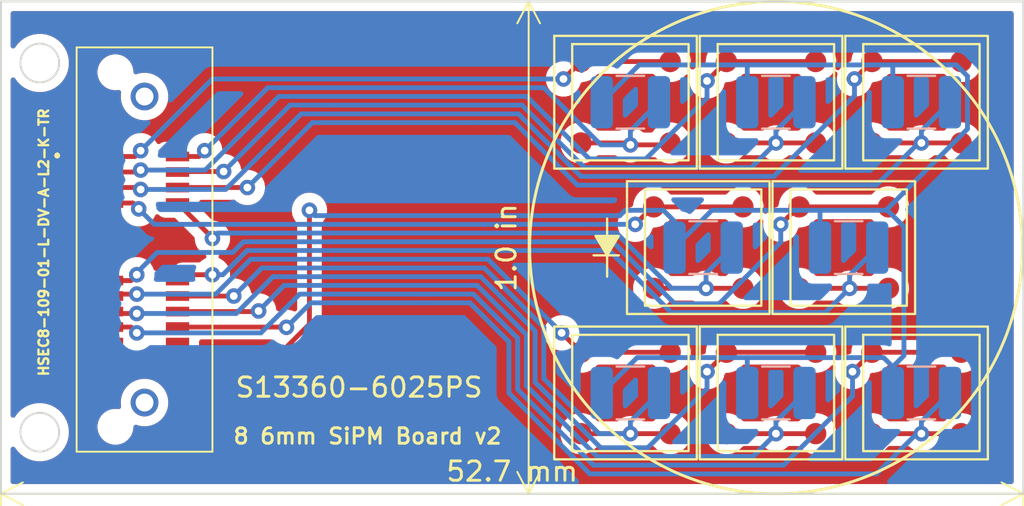
<source format=kicad_pcb>
(kicad_pcb (version 20241229) (generator "pcbnew") (generator_version "9.0")
  (layers (0 "F.Cu" signal) (2 "B.Cu" signal) (13 "F.Paste" user) (15 "B.Paste" user) (5 "F.SilkS" user "F.Silkscreen") (7 "B.SilkS" user "B.Silkscreen") (1 "F.Mask" user) (3 "B.Mask" user) (25 "Edge.Cuts" user))
  (net 0 "")
  (net 1 "0A")
  (net 2 "0C")
  (net 3 "1C")
  (net 4 "1A")
  (net 5 "2C")
  (net 6 "2A")
  (net 7 "3A")
  (net 8 "3C")
  (net 9 "4A")
  (net 10 "4C")
  (net 11 "5A")
  (net 12 "5C")
  (net 13 "6A")
  (net 14 "6C")
  (net 15 "7A")
  (net 16 "7C")
  (net 17 "GND")
  (footprint "SiPM:S13360-6025PE" (layer "F.Cu") (at 166.443198 100.1)
    (property "Reference" "REF**10" (hide yes))
    (property "Value" "S13360-6025PE" (hide yes))
    (fp_rect (start -3.925 -3.425) (end 3.425 3.425) (stroke (width 0.12)) (fill no) (layer "F.SilkS"))
    (fp_rect (start -3 -3) (end 3 3) (stroke (width 0.12)) (fill no) (layer "F.SilkS"))
    (pad "1" smd circle (at 2.05 -2.1) (size 1.1 1.1) (layers "F.Cu" "F.Mask" "F.Paste") (net 5 "2C"))
    (pad "2" smd circle (at -2.55 -2.1) (size 1.1 1.1) (layers "F.Cu" "F.Mask" "F.Paste") (net 5 "2C"))
    (pad "3" smd circle (at -2.55 2.1) (size 1.1 1.1) (layers "F.Cu" "F.Mask" "F.Paste") (net 6 "2A"))
    (pad "4" smd circle (at 2.05 2.1) (size 1.1 1.1) (layers "F.Cu" "F.Mask" "F.Paste") (net 6 "2A"))
  )
  (footprint "KiCad:HSEC810901LDVAL2KTR" (layer "F.Cu") (at 126.4 107.7 -90)
    (property "Reference" "J**" (hide yes))
    (property "Value" "HSEC810901LDVAL2KTR" (hide yes))
    (fp_line (start -4.9 4.5) (end -4.9 4.5) (stroke (width 0.2)) (layer "F.SilkS"))
    (fp_line (start -4.9 4.5) (end -4.9 4.5) (stroke (width 0.2)) (layer "F.SilkS"))
    (fp_line (start -4.8 4.5) (end -4.8 4.5) (stroke (width 0.2)) (layer "F.SilkS"))
    (fp_line (start -10.43 3.5) (end -10.43 -3.5) (stroke (width 0.1)) (layer "F.SilkS"))
    (fp_line (start 10.43 3.5) (end -10.43 3.5) (stroke (width 0.1)) (layer "F.SilkS"))
    (fp_line (start -10.43 -3.5) (end 10.43 -3.5) (stroke (width 0.1)) (layer "F.SilkS"))
    (fp_line (start 10.43 -3.5) (end 10.43 3.5) (stroke (width 0.1)) (layer "F.SilkS"))
    (fp_arc (start -4.9 4.5) (mid -4.85 4.45) (end -4.8 4.5) (stroke (width 0.2)) (layer "F.SilkS"))
    (fp_arc (start -4.8 4.5) (mid -4.85 4.55) (end -4.9 4.5) (stroke (width 0.2)) (layer "F.SilkS"))
    (fp_arc (start -4.8 4.5) (mid -4.85 4.55) (end -4.9 4.5) (stroke (width 0.2)) (layer "F.SilkS"))
    (pad "" np_thru_hole circle (at -9.145 1.5 270) (size 1.35 1.35) (drill 1.35) (layers "*.Cu" "*.Mask"))
    (pad "" np_thru_hole circle (at 9.145 1.5 270) (size 1.35 1.35) (drill 1.35) (layers "*.Cu" "*.Mask"))
    (pad "1" smd rect (at -4.8 1.7 270) (size 0.5 1.2) (layers "F.Cu" "F.Mask" "F.Paste") (net 2 "0C"))
    (pad "2" smd rect (at -4.8 -1.7 270) (size 0.5 1.2) (layers "F.Cu" "F.Mask" "F.Paste") (net 1 "0A"))
    (pad "3" smd rect (at -4 1.7 270) (size 0.5 1.2) (layers "F.Cu" "F.Mask" "F.Paste") (net 3 "1C"))
    (pad "4" smd rect (at -4 -1.7 270) (size 0.5 1.2) (layers "F.Cu" "F.Mask" "F.Paste") (net 4 "1A"))
    (pad "5" smd rect (at -3.2 1.7 270) (size 0.5 1.2) (layers "F.Cu" "F.Mask" "F.Paste") (net 5 "2C"))
    (pad "6" smd rect (at -3.2 -1.7 270) (size 0.5 1.2) (layers "F.Cu" "F.Mask" "F.Paste") (net 6 "2A"))
    (pad "7" smd rect (at -2.4 1.7 270) (size 0.5 1.2) (layers "F.Cu" "F.Mask" "F.Paste") (net 8 "3C"))
    (pad "8" smd rect (at -2.4 -1.7 270) (size 0.5 1.2) (layers "F.Cu" "F.Mask" "F.Paste") (net 7 "3A"))
    (pad "9" smd rect (at 1.6 1.7 270) (size 0.5 1.2) (layers "F.Cu" "F.Mask" "F.Paste") (net 10 "4C"))
    (pad "10" smd rect (at 1.6 -1.7 270) (size 0.5 1.2) (layers "F.Cu" "F.Mask" "F.Paste") (net 9 "4A"))
    (pad "11" smd rect (at 2.4 1.7 270) (size 0.5 1.2) (layers "F.Cu" "F.Mask" "F.Paste") (net 12 "5C"))
    (pad "12" smd rect (at 2.4 -1.7 270) (size 0.5 1.2) (layers "F.Cu" "F.Mask" "F.Paste") (net 11 "5A"))
    (pad "13" smd rect (at 3.2 1.7 270) (size 0.5 1.2) (layers "F.Cu" "F.Mask" "F.Paste") (net 14 "6C"))
    (pad "14" smd rect (at 3.2 -1.7 270) (size 0.5 1.2) (layers "F.Cu" "F.Mask" "F.Paste") (net 13 "6A"))
    (pad "15" smd rect (at 4 1.7 270) (size 0.5 1.2) (layers "F.Cu" "F.Mask" "F.Paste") (net 16 "7C"))
    (pad "16" smd rect (at 4 -1.7 270) (size 0.5 1.2) (layers "F.Cu" "F.Mask" "F.Paste") (net 15 "7A"))
    (pad "17" smd rect (at 4.8 1.7 270) (size 0.5 1.2) (layers "F.Cu" "F.Mask" "F.Paste") (net 17 "GND"))
    (pad "18" smd rect (at 4.8 -1.7 270) (size 0.5 1.2) (layers "F.Cu" "F.Mask" "F.Paste") (net 17 "GND"))
    (pad "MH1" thru_hole circle (at -7.895 0 270) (size 1.431 1.431) (drill 0.92) (layers "*.Cu" "*.Mask"))
    (pad "MH2" thru_hole circle (at 7.895 0 270) (size 1.431 1.431) (drill 0.92) (layers "*.Cu" "*.Mask"))
  )
  (footprint "SiPM:S13360-6025PE" (layer "F.Cu") (at 158.943198 100.1)
    (property "Reference" "REF**10" (hide yes))
    (property "Value" "S13360-6025PE" (hide yes))
    (fp_rect (start -3.925 -3.425) (end 3.425 3.425) (stroke (width 0.12)) (fill no) (layer "F.SilkS"))
    (fp_rect (start -3 -3) (end 3 3) (stroke (width 0.12)) (fill no) (layer "F.SilkS"))
    (pad "1" smd circle (at 2.05 -2.1) (size 1.1 1.1) (layers "F.Cu" "F.Mask" "F.Paste") (net 3 "1C"))
    (pad "2" smd circle (at -2.55 -2.1) (size 1.1 1.1) (layers "F.Cu" "F.Mask" "F.Paste") (net 3 "1C"))
    (pad "3" smd circle (at -2.55 2.1) (size 1.1 1.1) (layers "F.Cu" "F.Mask" "F.Paste") (net 4 "1A"))
    (pad "4" smd circle (at 2.05 2.1) (size 1.1 1.1) (layers "F.Cu" "F.Mask" "F.Paste") (net 4 "1A"))
  )
  (footprint "Symbol:diode_direction" (layer "F.Cu") (at 150.243198 107.6 90)
    (property "Reference" "REF**" (hide yes))
    (property "Value" "diode_direction" (hide yes))
    (fp_line (start -1.5 0) (end 1.5 0) (stroke (width 0.12)) (layer "F.SilkS"))
    (fp_line (start -0.4 0.6) (end -0.4 -0.7) (stroke (width 0.12)) (layer "F.SilkS"))
    (fp_poly (pts (xy -0.4 0) (xy 0.6 0.6) (xy 0.6 -0.6)) (stroke (width 0.12)) (fill yes) (layer "F.SilkS"))
  )
  (footprint "SiPM:S13360-6025PE" (layer "F.Cu") (at 166.443198 115.1)
    (property "Reference" "REF**10" (hide yes))
    (property "Value" "S13360-6025PE" (hide yes))
    (fp_rect (start -3.925 -3.425) (end 3.425 3.425) (stroke (width 0.12)) (fill no) (layer "F.SilkS"))
    (fp_rect (start -3 -3) (end 3 3) (stroke (width 0.12)) (fill no) (layer "F.SilkS"))
    (pad "1" smd circle (at 2.05 -2.1) (size 1.1 1.1) (layers "F.Cu" "F.Mask" "F.Paste") (net 16 "7C"))
    (pad "2" smd circle (at -2.55 -2.1) (size 1.1 1.1) (layers "F.Cu" "F.Mask" "F.Paste") (net 16 "7C"))
    (pad "3" smd circle (at -2.55 2.1) (size 1.1 1.1) (layers "F.Cu" "F.Mask" "F.Paste") (net 15 "7A"))
    (pad "4" smd circle (at 2.05 2.1) (size 1.1 1.1) (layers "F.Cu" "F.Mask" "F.Paste") (net 15 "7A"))
  )
  (footprint "SiPM:S13360-6025PE" (layer "F.Cu") (at 151.443198 115.1)
    (property "Reference" "REF**10" (hide yes))
    (property "Value" "S13360-6025PE" (hide yes))
    (fp_rect (start -3.925 -3.425) (end 3.425 3.425) (stroke (width 0.12)) (fill no) (layer "F.SilkS"))
    (fp_rect (start -3 -3) (end 3 3) (stroke (width 0.12)) (fill no) (layer "F.SilkS"))
    (pad "1" smd circle (at 2.05 -2.1) (size 1.1 1.1) (layers "F.Cu" "F.Mask" "F.Paste") (net 12 "5C"))
    (pad "2" smd circle (at -2.55 -2.1) (size 1.1 1.1) (layers "F.Cu" "F.Mask" "F.Paste") (net 12 "5C"))
    (pad "3" smd circle (at -2.55 2.1) (size 1.1 1.1) (layers "F.Cu" "F.Mask" "F.Paste") (net 11 "5A"))
    (pad "4" smd circle (at 2.05 2.1) (size 1.1 1.1) (layers "F.Cu" "F.Mask" "F.Paste") (net 11 "5A"))
  )
  (footprint "SiPM:S13360-6025PE" (layer "F.Cu") (at 151.443198 100.1)
    (property "Reference" "REF**10" (hide yes))
    (property "Value" "S13360-6025PE" (hide yes))
    (fp_rect (start -3.925 -3.425) (end 3.425 3.425) (stroke (width 0.12)) (fill no) (layer "F.SilkS"))
    (fp_rect (start -3 -3) (end 3 3) (stroke (width 0.12)) (fill no) (layer "F.SilkS"))
    (pad "1" smd circle (at 2.05 -2.1) (size 1.1 1.1) (layers "F.Cu" "F.Mask" "F.Paste") (net 2 "0C"))
    (pad "2" smd circle (at -2.55 -2.1) (size 1.1 1.1) (layers "F.Cu" "F.Mask" "F.Paste") (net 2 "0C"))
    (pad "3" smd circle (at -2.55 2.1) (size 1.1 1.1) (layers "F.Cu" "F.Mask" "F.Paste") (net 1 "0A"))
    (pad "4" smd circle (at 2.05 2.1) (size 1.1 1.1) (layers "F.Cu" "F.Mask" "F.Paste") (net 1 "0A"))
  )
  (footprint "SiPM:S13360-6025PE" (layer "F.Cu") (at 162.693198 107.6)
    (property "Reference" "REF**10" (hide yes))
    (property "Value" "S13360-6025PE" (hide yes))
    (fp_rect (start -3.925 -3.425) (end 3.425 3.425) (stroke (width 0.12)) (fill no) (layer "F.SilkS"))
    (fp_rect (start -3 -3) (end 3 3) (stroke (width 0.12)) (fill no) (layer "F.SilkS"))
    (pad "1" smd circle (at 2.05 -2.1) (size 1.1 1.1) (layers "F.Cu" "F.Mask" "F.Paste") (net 10 "4C"))
    (pad "2" smd circle (at -2.55 -2.1) (size 1.1 1.1) (layers "F.Cu" "F.Mask" "F.Paste") (net 10 "4C"))
    (pad "3" smd circle (at -2.55 2.1) (size 1.1 1.1) (layers "F.Cu" "F.Mask" "F.Paste") (net 9 "4A"))
    (pad "4" smd circle (at 2.05 2.1) (size 1.1 1.1) (layers "F.Cu" "F.Mask" "F.Paste") (net 9 "4A"))
  )
  (footprint "SiPM:S13360-6025PE" (layer "F.Cu") (at 158.943198 115.1)
    (property "Reference" "REF**10" (hide yes))
    (property "Value" "S13360-6025PE" (hide yes))
    (fp_rect (start -3.925 -3.425) (end 3.425 3.425) (stroke (width 0.12)) (fill no) (layer "F.SilkS"))
    (fp_rect (start -3 -3) (end 3 3) (stroke (width 0.12)) (fill no) (layer "F.SilkS"))
    (pad "1" smd circle (at 2.05 -2.1) (size 1.1 1.1) (layers "F.Cu" "F.Mask" "F.Paste") (net 14 "6C"))
    (pad "2" smd circle (at -2.55 -2.1) (size 1.1 1.1) (layers "F.Cu" "F.Mask" "F.Paste") (net 14 "6C"))
    (pad "3" smd circle (at -2.55 2.1) (size 1.1 1.1) (layers "F.Cu" "F.Mask" "F.Paste") (net 13 "6A"))
    (pad "4" smd circle (at 2.05 2.1) (size 1.1 1.1) (layers "F.Cu" "F.Mask" "F.Paste") (net 13 "6A"))
  )
  (footprint "SiPM:S13360-6025PE" (layer "F.Cu") (at 155.193198 107.6)
    (property "Reference" "REF**10" (hide yes))
    (property "Value" "S13360-6025PE" (hide yes))
    (fp_rect (start -3.925 -3.425) (end 3.425 3.425) (stroke (width 0.12)) (fill no) (layer "F.SilkS"))
    (fp_rect (start -3 -3) (end 3 3) (stroke (width 0.12)) (fill no) (layer "F.SilkS"))
    (pad "1" smd circle (at 2.05 -2.1) (size 1.1 1.1) (layers "F.Cu" "F.Mask" "F.Paste") (net 8 "3C"))
    (pad "2" smd circle (at -2.55 -2.1) (size 1.1 1.1) (layers "F.Cu" "F.Mask" "F.Paste") (net 8 "3C"))
    (pad "3" smd circle (at -2.55 2.1) (size 1.1 1.1) (layers "F.Cu" "F.Mask" "F.Paste") (net 7 "3A"))
    (pad "4" smd circle (at 2.05 2.1) (size 1.1 1.1) (layers "F.Cu" "F.Mask" "F.Paste") (net 7 "3A"))
  )
  (footprint "Capacitor_SMD:C_1210_3225Metric" (layer "B.Cu") (at 166.443198 100.1)
    (property "Reference" "10 nF" (hide yes))
    (property "Value" "C_1210_3225Metric" (hide yes))
    (fp_line (start -0.711252 -1.36) (end 0.711252 -1.36) (stroke (width 0.12)) (layer "B.SilkS"))
    (fp_line (start -0.711252 1.36) (end 0.711252 1.36) (stroke (width 0.12)) (layer "B.SilkS"))
    (pad "1" smd roundrect (at -1.475 0) (size 1.15 2.7) (layers "B.Cu" "B.Mask" "B.Paste") (roundrect_rratio 0.2173913043) (net 17 "GND"))
    (pad "2" smd roundrect (at 1.475 0) (size 1.15 2.7) (layers "B.Cu" "B.Mask" "B.Paste") (roundrect_rratio 0.2173913043) (net 6 "2A"))
  )
  (footprint "Capacitor_SMD:C_1210_3225Metric" (layer "B.Cu") (at 158.943198 100.1)
    (property "Reference" "10 nF" (hide yes))
    (property "Value" "C_1210_3225Metric" (hide yes))
    (fp_line (start -0.711252 -1.36) (end 0.711252 -1.36) (stroke (width 0.12)) (layer "B.SilkS"))
    (fp_line (start -0.711252 1.36) (end 0.711252 1.36) (stroke (width 0.12)) (layer "B.SilkS"))
    (pad "1" smd roundrect (at -1.475 0) (size 1.15 2.7) (layers "B.Cu" "B.Mask" "B.Paste") (roundrect_rratio 0.2173913043) (net 17 "GND"))
    (pad "2" smd roundrect (at 1.475 0) (size 1.15 2.7) (layers "B.Cu" "B.Mask" "B.Paste") (roundrect_rratio 0.2173913043) (net 4 "1A"))
  )
  (footprint "Capacitor_SMD:C_1210_3225Metric" (layer "B.Cu") (at 151.443198 115.1)
    (property "Reference" "10 nF" (hide yes))
    (property "Value" "C_1210_3225Metric" (hide yes))
    (fp_line (start -0.711252 -1.36) (end 0.711252 -1.36) (stroke (width 0.12)) (layer "B.SilkS"))
    (fp_line (start -0.711252 1.36) (end 0.711252 1.36) (stroke (width 0.12)) (layer "B.SilkS"))
    (pad "1" smd roundrect (at -1.475 0) (size 1.15 2.7) (layers "B.Cu" "B.Mask" "B.Paste") (roundrect_rratio 0.2173913043) (net 17 "GND"))
    (pad "2" smd roundrect (at 1.475 0) (size 1.15 2.7) (layers "B.Cu" "B.Mask" "B.Paste") (roundrect_rratio 0.2173913043) (net 11 "5A"))
  )
  (footprint "Capacitor_SMD:C_1210_3225Metric" (layer "B.Cu") (at 166.443198 115.1)
    (property "Reference" "10 nF" (hide yes))
    (property "Value" "C_1210_3225Metric" (hide yes))
    (fp_line (start -0.711252 -1.36) (end 0.711252 -1.36) (stroke (width 0.12)) (layer "B.SilkS"))
    (fp_line (start -0.711252 1.36) (end 0.711252 1.36) (stroke (width 0.12)) (layer "B.SilkS"))
    (pad "1" smd roundrect (at -1.475 0) (size 1.15 2.7) (layers "B.Cu" "B.Mask" "B.Paste") (roundrect_rratio 0.2173913043) (net 17 "GND"))
    (pad "2" smd roundrect (at 1.475 0) (size 1.15 2.7) (layers "B.Cu" "B.Mask" "B.Paste") (roundrect_rratio 0.2173913043) (net 15 "7A"))
  )
  (footprint "Capacitor_SMD:C_1210_3225Metric" (layer "B.Cu") (at 155.193198 107.6)
    (property "Reference" "10 nF" (hide yes))
    (property "Value" "C_1210_3225Metric" (hide yes))
    (fp_line (start -0.711252 -1.36) (end 0.711252 -1.36) (stroke (width 0.12)) (layer "B.SilkS"))
    (fp_line (start -0.711252 1.36) (end 0.711252 1.36) (stroke (width 0.12)) (layer "B.SilkS"))
    (pad "1" smd roundrect (at -1.475 0) (size 1.15 2.7) (layers "B.Cu" "B.Mask" "B.Paste") (roundrect_rratio 0.2173913043) (net 17 "GND"))
    (pad "2" smd roundrect (at 1.475 0) (size 1.15 2.7) (layers "B.Cu" "B.Mask" "B.Paste") (roundrect_rratio 0.2173913043) (net 7 "3A"))
  )
  (footprint "Capacitor_SMD:C_1210_3225Metric" (layer "B.Cu") (at 162.693198 107.6)
    (property "Reference" "10 nF" (hide yes))
    (property "Value" "C_1210_3225Metric" (hide yes))
    (fp_line (start -0.711252 -1.36) (end 0.711252 -1.36) (stroke (width 0.12)) (layer "B.SilkS"))
    (fp_line (start -0.711252 1.36) (end 0.711252 1.36) (stroke (width 0.12)) (layer "B.SilkS"))
    (pad "1" smd roundrect (at -1.475 0) (size 1.15 2.7) (layers "B.Cu" "B.Mask" "B.Paste") (roundrect_rratio 0.2173913043) (net 17 "GND"))
    (pad "2" smd roundrect (at 1.475 0) (size 1.15 2.7) (layers "B.Cu" "B.Mask" "B.Paste") (roundrect_rratio 0.2173913043) (net 9 "4A"))
  )
  (footprint "Capacitor_SMD:C_1210_3225Metric" (layer "B.Cu") (at 151.443198 100.1 180)
    (property "Reference" "10 nF" (hide yes))
    (property "Value" "C_1210_3225Metric" (hide yes))
    (fp_line (start -0.711252 1.36) (end 0.711252 1.36) (stroke (width 0.12)) (layer "B.SilkS"))
    (fp_line (start -0.711252 -1.36) (end 0.711252 -1.36) (stroke (width 0.12)) (layer "B.SilkS"))
    (pad "1" smd roundrect (at -1.475 0 180) (size 1.15 2.7) (layers "B.Cu" "B.Mask" "B.Paste") (roundrect_rratio 0.2173913043) (net 1 "0A"))
    (pad "2" smd roundrect (at 1.475 0 180) (size 1.15 2.7) (layers "B.Cu" "B.Mask" "B.Paste") (roundrect_rratio 0.2173913043) (net 17 "GND"))
  )
  (footprint "Capacitor_SMD:C_1210_3225Metric" (layer "B.Cu") (at 158.943198 115.1)
    (property "Reference" "10 nF" (hide yes))
    (property "Value" "C_1210_3225Metric" (hide yes))
    (fp_line (start -0.711252 -1.36) (end 0.711252 -1.36) (stroke (width 0.12)) (layer "B.SilkS"))
    (fp_line (start -0.711252 1.36) (end 0.711252 1.36) (stroke (width 0.12)) (layer "B.SilkS"))
    (pad "1" smd roundrect (at -1.475 0) (size 1.15 2.7) (layers "B.Cu" "B.Mask" "B.Paste") (roundrect_rratio 0.2173913043) (net 17 "GND"))
    (pad "2" smd roundrect (at 1.475 0) (size 1.15 2.7) (layers "B.Cu" "B.Mask" "B.Paste") (roundrect_rratio 0.2173913043) (net 13 "6A"))
  )
  (gr_circle (center 158.95 107.6) (end 171.65 107.6) (stroke (width 0.15)) (fill no) (layer "F.SilkS"))
  (gr_line (start 159 120.3) (end 171.7 120.3) (stroke (width 0.1)) (layer "Edge.Cuts"))
  (gr_line (start 159 94.9) (end 171.7 94.9) (stroke (width 0.1)) (layer "Edge.Cuts"))
  (gr_line (start 159 94.9) (end 119 94.9) (stroke (width 0.1)) (layer "Edge.Cuts"))
  (gr_circle (center 121 98.075) (end 122 98.075) (stroke (width 0.1)) (fill no) (layer "Edge.Cuts"))
  (gr_circle (center 121 117.125) (end 122 117.125) (stroke (width 0.1)) (fill no) (layer "Edge.Cuts"))
  (gr_line (start 159 120.3) (end 119 120.3) (stroke (width 0.1)) (layer "Edge.Cuts"))
  (gr_line (start 119 94.9) (end 119 120.3) (stroke (width 0.1)) (layer "Edge.Cuts"))
  (gr_line (start 171.7 94.9) (end 171.7 120.3) (stroke (width 0.1)) (layer "Edge.Cuts"))
  (gr_line (start 160.5 94.9) (end 160.5 94.9) (stroke (width 0.1)) (layer "Edge.Cuts"))
  (gr_text "HSEC8-109-01-L-DV-A-L2-K-TR" (at 121.5 114.3 90) (layer "F.SilkS") (effects (font (size 0.5 0.5) (thickness 0.125)) (justify left bottom)))
  (gr_text "8 6mm SiPM Board v2" (at 130.9 117.8 0) (layer "F.SilkS") (effects (font (size 0.8 0.8)) (justify left bottom)))
  (gr_text "S13360-6025PS" (at 131 115.4 0) (layer "F.SilkS") (effects (font (size 1 1)) (justify left bottom)))
  (dimension (type aligned) (layer "F.SilkS") (pts (xy 171.7 121.4) (xy 119 121.4)) (height 1.1) (format (prefix "") (suffix "") (units 3) (units_format 1) (precision 1)) (style (thickness 0.1) (arrow_length 1.27) (text_position_mode 0) (arrow_direction outward) (extension_height 0.58642) (extension_offset 0.5) (keep_text_aligned yes)) (gr_text "52.7 mm" (at 145.35 119.15 0) (layer "F.SilkS") (effects (font (size 1 1) (thickness 0.15)))))
  (dimension (type aligned) (layer "F.SilkS") (pts (xy 171.7 120.3) (xy 171.7 94.9)) (height -25.5) (format (prefix "") (suffix "") (units 0) (units_format 1) (precision 1)) (style (thickness 0.1) (arrow_length 1.27) (text_position_mode 0) (arrow_direction outward) (extension_height 0.58642) (extension_offset 0.5) (keep_text_aligned yes)) (gr_text "1.0 in" (at 145.05 107.6 90) (layer "F.SilkS") (effects (font (size 1 1) (thickness 0.15)))))
  (segment (start 151.443198 102.3) (end 153.393198 102.3) (width 0.25) (layer "F.Cu") (net 1))
  (segment (start 129.2 102.9) (end 129.5 102.6) (width 0.25) (layer "F.Cu") (net 1))
  (segment (start 151.443198 102.3) (end 151.343198 102.2) (width 0.25) (layer "F.Cu") (net 1))
  (segment (start 151.343198 102.2) (end 148.893198 102.2) (width 0.25) (layer "F.Cu") (net 1))
  (segment (start 128.1 102.9) (end 129.2 102.9) (width 0.25) (layer "F.Cu") (net 1))
  (segment (start 153.393198 102.3) (end 153.493198 102.2) (width 0.25) (layer "F.Cu") (net 1))
  (segment (start 148.893198 102.2) (end 148.593198 102.2) (width 0.25) (layer "F.Cu") (net 1))
  (via (at 151.443198 102.3) (size 0.8) (drill 0.4) (layers "F.Cu" "B.Cu") (net 1))
  (via (at 129.5 102.6) (size 0.8) (drill 0.4) (layers "F.Cu" "B.Cu") (net 1))
  (segment (start 152.918198 100.1) (end 151.443198 101.575) (width 0.25) (layer "B.Cu") (net 1))
  (segment (start 151.443198 101.575) (end 151.443198 102.3) (width 0.25) (layer "B.Cu") (net 1))
  (segment (start 132.75 99.35) (end 129.5 102.6) (width 0.25) (layer "B.Cu") (net 1))
  (segment (start 149.923098 102.3) (end 146.973098 99.35) (width 0.25) (layer "B.Cu") (net 1))
  (segment (start 146.973098 99.35) (end 146 99.35) (width 0.25) (layer "B.Cu") (net 1))
  (segment (start 146 99.35) (end 132.75 99.35) (width 0.25) (layer "B.Cu") (net 1))
  (segment (start 151.443198 102.3) (end 149.923098 102.3) (width 0.25) (layer "B.Cu") (net 1))
  (segment (start 124.7 102.9) (end 125.9 102.9) (width 0.25) (layer "F.Cu") (net 2))
  (segment (start 148.893198 98) (end 147.993198 98.9) (width 0.25) (layer "F.Cu") (net 2))
  (segment (start 125.9 102.9) (end 126.2 102.6) (width 0.25) (layer "F.Cu") (net 2))
  (segment (start 148.893198 98) (end 153.493198 98) (width 0.25) (layer "F.Cu") (net 2))
  (via (at 126.2 102.6) (size 0.8) (drill 0.4) (layers "F.Cu" "B.Cu") (net 2))
  (via (at 147.993198 98.9) (size 0.8) (drill 0.4) (layers "F.Cu" "B.Cu") (net 2))
  (segment (start 129.9 98.9) (end 126.2 102.6) (width 0.25) (layer "B.Cu") (net 2))
  (segment (start 147.993198 98.9) (end 129.9 98.9) (width 0.25) (layer "B.Cu") (net 2))
  (segment (start 126.1 103.7) (end 126.2 103.6) (width 0.25) (layer "F.Cu") (net 3))
  (segment (start 156.393198 98) (end 160.993198 98) (width 0.25) (layer "F.Cu") (net 3))
  (segment (start 156.393198 98) (end 155.393198 99) (width 0.25) (layer "F.Cu") (net 3))
  (segment (start 124.7 103.7) (end 126.1 103.7) (width 0.25) (layer "F.Cu") (net 3))
  (via (at 155.393198 99) (size 0.8) (drill 0.4) (layers "F.Cu" "B.Cu") (net 3))
  (via (at 126.2 103.6) (size 0.8) (drill 0.4) (layers "F.Cu" "B.Cu") (net 3))
  (segment (start 129.525305 103.6) (end 133.325305 99.8) (width 0.25) (layer "B.Cu") (net 3))
  (segment (start 133.325305 99.8) (end 146.1 99.8) (width 0.25) (layer "B.Cu") (net 3))
  (segment (start 146.1 99.8) (end 149.3 103) (width 0.25) (layer "B.Cu") (net 3))
  (segment (start 149.3 103) (end 149.3 103.025) (width 0.25) (layer "B.Cu") (net 3))
  (segment (start 152.238298 103.025) (end 155.393198 99.8701) (width 0.25) (layer "B.Cu") (net 3))
  (segment (start 149.268198 103.025) (end 149.3 103.025) (width 0.25) (layer "B.Cu") (net 3))
  (segment (start 126.2 103.6) (end 129.525305 103.6) (width 0.25) (layer "B.Cu") (net 3))
  (segment (start 149.3 103.025) (end 152.238298 103.025) (width 0.25) (layer "B.Cu") (net 3))
  (segment (start 155.393198 99.8701) (end 155.393198 99) (width 0.25) (layer "B.Cu") (net 3))
  (segment (start 158.943198 102.2) (end 160.993198 102.2) (width 0.25) (layer "F.Cu") (net 4))
  (segment (start 128.124695 103.675305) (end 128.1 103.7) (width 0.25) (layer "F.Cu") (net 4))
  (segment (start 130.475306 103.675305) (end 128.124695 103.675305) (width 0.25) (layer "F.Cu") (net 4))
  (segment (start 158.943198 102.2) (end 156.393198 102.2) (width 0.25) (layer "F.Cu") (net 4))
  (via (at 158.943198 102.2) (size 0.8) (drill 0.4) (layers "F.Cu" "B.Cu") (net 4))
  (via (at 130.475306 103.675305) (size 0.8) (drill 0.4) (layers "F.Cu" "B.Cu") (net 4))
  (segment (start 136 100.25) (end 133.900611 100.25) (width 0.25) (layer "B.Cu") (net 4))
  (segment (start 160.418198 100.1) (end 158.943198 101.575) (width 0.25) (layer "B.Cu") (net 4))
  (segment (start 145.856802 100.25) (end 145.6 100.25) (width 0.25) (layer "B.Cu") (net 4))
  (segment (start 158.943198 101.575) (end 158.943198 102.2) (width 0.25) (layer "B.Cu") (net 4))
  (segment (start 145.6 100.25) (end 136 100.25) (width 0.25) (layer "B.Cu") (net 4))
  (segment (start 149.081802 103.475) (end 148.9 103.293198) (width 0.25) (layer "B.Cu") (net 4))
  (segment (start 157.668198 103.475) (end 149.081802 103.475) (width 0.25) (layer "B.Cu") (net 4))
  (segment (start 158.943198 102.2) (end 157.668198 103.475) (width 0.25) (layer "B.Cu") (net 4))
  (segment (start 133.900611 100.25) (end 130.475306 103.675305) (width 0.25) (layer "B.Cu") (net 4))
  (segment (start 148.9 103.293198) (end 145.856802 100.25) (width 0.25) (layer "B.Cu") (net 4))
  (segment (start 163.893198 98) (end 162.993198 98.9) (width 0.25) (layer "F.Cu") (net 5))
  (segment (start 163.893198 98) (end 168.493198 98) (width 0.25) (layer "F.Cu") (net 5))
  (segment (start 124.7 104.5) (end 126.099997 104.5) (width 0.25) (layer "F.Cu") (net 5))
  (segment (start 126.099997 104.5) (end 126.2 104.600003) (width 0.25) (layer "F.Cu") (net 5))
  (via (at 126.2 104.600003) (size 0.8) (drill 0.4) (layers "F.Cu" "B.Cu") (net 5))
  (via (at 162.993198 98.9) (size 0.8) (drill 0.4) (layers "F.Cu" "B.Cu") (net 5))
  (segment (start 162.993198 99.7701) (end 162.993198 98.9) (width 0.25) (layer "B.Cu") (net 5))
  (segment (start 148.895406 103.925) (end 158.838298 103.925) (width 0.25) (layer "B.Cu") (net 5))
  (segment (start 126.2 104.600003) (end 130.575913 104.600003) (width 0.25) (layer "B.Cu") (net 5))
  (segment (start 158.838298 103.925) (end 162.993198 99.7701) (width 0.25) (layer "B.Cu") (net 5))
  (segment (start 145.670406 100.7) (end 148.895406 103.925) (width 0.25) (layer "B.Cu") (net 5))
  (segment (start 134.475916 100.7) (end 145.670406 100.7) (width 0.25) (layer "B.Cu") (net 5))
  (segment (start 130.575913 104.600003) (end 134.475916 100.7) (width 0.25) (layer "B.Cu") (net 5))
  (segment (start 131.7 104.5) (end 128.1 104.5) (width 0.25) (layer "F.Cu") (net 6))
  (segment (start 166.443198 102.2) (end 168.493198 102.2) (width 0.25) (layer "F.Cu") (net 6))
  (segment (start 166.443198 102.2) (end 163.893198 102.2) (width 0.25) (layer "F.Cu") (net 6))
  (segment (start 131.700611 104.500611) (end 131.7 104.5) (width 0.25) (layer "F.Cu") (net 6))
  (via (at 131.700611 104.500611) (size 0.8) (drill 0.4) (layers "F.Cu" "B.Cu") (net 6))
  (via (at 166.443198 102.2) (size 0.8) (drill 0.4) (layers "F.Cu" "B.Cu") (net 6))
  (segment (start 158.651902 104.375) (end 148.70901 104.375) (width 0.25) (layer "B.Cu") (net 6))
  (segment (start 166.443198 102.2) (end 166.3 102.2) (width 0.25) (layer "B.Cu") (net 6))
  (segment (start 166.443198 101.575) (end 166.443198 102.2) (width 0.25) (layer "B.Cu") (net 6))
  (segment (start 143.6 101.15) (end 135.051222 101.15) (width 0.25) (layer "B.Cu") (net 6))
  (segment (start 148.70901 104.375) (end 147.317005 102.982995) (width 0.25) (layer "B.Cu") (net 6))
  (segment (start 167.918198 100.1) (end 166.443198 101.575) (width 0.25) (layer "B.Cu") (net 6))
  (segment (start 147.317005 102.982995) (end 145.48401 101.15) (width 0.25) (layer "B.Cu") (net 6))
  (segment (start 164.125 104.375) (end 158.651902 104.375) (width 0.25) (layer "B.Cu") (net 6))
  (segment (start 166.3 102.2) (end 164.125 104.375) (width 0.25) (layer "B.Cu") (net 6))
  (segment (start 145.48401 101.15) (end 143.6 101.15) (width 0.25) (layer "B.Cu") (net 6))
  (segment (start 135.051222 101.15) (end 131.700611 104.500611) (width 0.25) (layer "B.Cu") (net 6))
  (segment (start 129.9 107.1) (end 128.1 105.3) (width 0.25) (layer "F.Cu") (net 7))
  (segment (start 155.343198 109.7) (end 157.243198 109.7) (width 0.25) (layer "F.Cu") (net 7))
  (segment (start 129.9 107.125) (end 129.9 107.1) (width 0.25) (layer "F.Cu") (net 7))
  (segment (start 155.343198 109.7) (end 152.643198 109.7) (width 0.25) (layer "F.Cu") (net 7))
  (via (at 155.343198 109.7) (size 0.8) (drill 0.4) (layers "F.Cu" "B.Cu") (net 7))
  (via (at 129.9 107.125) (size 0.8) (drill 0.4) (layers "F.Cu" "B.Cu") (net 7))
  (segment (start 156.668198 107.6) (end 155.343198 108.925) (width 0.25) (layer "B.Cu") (net 7))
  (segment (start 155.343198 108.925) (end 155.343198 109.7) (width 0.25) (layer "B.Cu") (net 7))
  (segment (start 153.573098 109.7) (end 150.723098 106.85) (width 0.25) (layer "B.Cu") (net 7))
  (segment (start 130.175 106.85) (end 129.9 107.125) (width 0.25) (layer "B.Cu") (net 7))
  (segment (start 150.723098 106.85) (end 149.2 106.85) (width 0.25) (layer "B.Cu") (net 7))
  (segment (start 155.343198 109.7) (end 153.573098 109.7) (width 0.25) (layer "B.Cu") (net 7))
  (segment (start 149.2 106.85) (end 130.175 106.85) (width 0.25) (layer "B.Cu") (net 7))
  (segment (start 125.8 105.3) (end 126.1 105.6) (width 0.25) (layer "F.Cu") (net 8))
  (segment (start 124.7 105.3) (end 125.8 105.3) (width 0.25) (layer "F.Cu") (net 8))
  (segment (start 152.593198 105.5) (end 151.693198 106.4) (width 0.25) (layer "F.Cu") (net 8))
  (segment (start 152.643198 105.5) (end 157.243198 105.5) (width 0.25) (layer "F.Cu") (net 8))
  (segment (start 152.643198 105.5) (end 152.593198 105.5) (width 0.25) (layer "F.Cu") (net 8))
  (via (at 151.693198 106.4) (size 0.8) (drill 0.4) (layers "F.Cu" "B.Cu") (net 8))
  (via (at 126.1 105.6) (size 0.8) (drill 0.4) (layers "F.Cu" "B.Cu") (net 8))
  (segment (start 151.693198 106.4) (end 126.9 106.4) (width 0.25) (layer "B.Cu") (net 8))
  (segment (start 126.9 106.4) (end 126.1 105.6) (width 0.25) (layer "B.Cu") (net 8))
  (segment (start 128.4 109) (end 128.1 109.3) (width 0.25) (layer "F.Cu") (net 9))
  (segment (start 162.743198 109.7) (end 160.143198 109.7) (width 0.25) (layer "F.Cu") (net 9))
  (segment (start 162.743198 109.7) (end 164.743198 109.7) (width 0.25) (layer "F.Cu") (net 9))
  (segment (start 129.9 109) (end 128.4 109) (width 0.25) (layer "F.Cu") (net 9))
  (via (at 129.9 109) (size 0.8) (drill 0.4) (layers "F.Cu" "B.Cu") (net 9))
  (via (at 162.743198 109.7) (size 0.8) (drill 0.4) (layers "F.Cu" "B.Cu") (net 9))
  (segment (start 153.286702 110.686396) (end 150.350306 107.75) (width 0.25) (layer "B.Cu") (net 9))
  (segment (start 131.686396 107.75) (end 131.568198 107.868198) (width 0.25) (layer "B.Cu") (net 9))
  (segment (start 153.550306 110.95) (end 153.286702 110.686396) (width 0.25) (layer "B.Cu") (net 9))
  (segment (start 131.568198 107.868198) (end 130.436396 109) (width 0.25) (layer "B.Cu") (net 9))
  (segment (start 164.168198 107.6) (end 162.743198 109.025) (width 0.25) (layer "B.Cu") (net 9))
  (segment (start 162.743198 109.7) (end 161.493198 110.95) (width 0.25) (layer "B.Cu") (net 9))
  (segment (start 132.1 107.75) (end 131.686396 107.75) (width 0.25) (layer "B.Cu") (net 9))
  (segment (start 150.350306 107.75) (end 146.1 107.75) (width 0.25) (layer "B.Cu") (net 9))
  (segment (start 146.1 107.75) (end 132.1 107.75) (width 0.25) (layer "B.Cu") (net 9))
  (segment (start 161.493198 110.95) (end 153.550306 110.95) (width 0.25) (layer "B.Cu") (net 9))
  (segment (start 130.436396 109) (end 129.9 109) (width 0.25) (layer "B.Cu") (net 9))
  (segment (start 162.743198 109.025) (end 162.743198 109.7) (width 0.25) (layer "B.Cu") (net 9))
  (segment (start 160.143198 105.5) (end 160.093198 105.5) (width 0.25) (layer "F.Cu") (net 10))
  (segment (start 160.093198 105.5) (end 159.193198 106.4) (width 0.25) (layer "F.Cu") (net 10))
  (segment (start 125.7 109.3) (end 126 109) (width 0.25) (layer "F.Cu") (net 10))
  (segment (start 124.7 109.3) (end 125.7 109.3) (width 0.25) (layer "F.Cu") (net 10))
  (segment (start 160.143198 105.5) (end 164.743198 105.5) (width 0.25) (layer "F.Cu") (net 10))
  (via (at 126 109) (size 0.8) (drill 0.4) (layers "F.Cu" "B.Cu") (net 10))
  (via (at 159.193198 106.4) (size 0.8) (drill 0.4) (layers "F.Cu" "B.Cu") (net 10))
  (segment (start 149 107.3) (end 133.2 107.3) (width 0.25) (layer "B.Cu") (net 10))
  (segment (start 130.95 107.85) (end 127.05 107.85) (width 0.25) (layer "B.Cu") (net 10))
  (segment (start 126.8 108.1) (end 126 108.9) (width 0.25) (layer "B.Cu") (net 10))
  (segment (start 159.193198 107.3201) (end 156.013298 110.5) (width 0.25) (layer "B.Cu") (net 10))
  (segment (start 131.5 107.3) (end 130.95 107.85) (width 0.25) (layer "B.Cu") (net 10))
  (segment (start 126 108.9) (end 126 109) (width 0.25) (layer "B.Cu") (net 10))
  (segment (start 150.536702 107.3) (end 149 107.3) (width 0.25) (layer "B.Cu") (net 10))
  (segment (start 153.736702 110.5) (end 153.123098 109.886396) (width 0.25) (layer "B.Cu") (net 10))
  (segment (start 127.05 107.85) (end 126.8 108.1) (width 0.25) (layer "B.Cu") (net 10))
  (segment (start 156.013298 110.5) (end 153.736702 110.5) (width 0.25) (layer "B.Cu") (net 10))
  (segment (start 153.123098 109.886396) (end 150.536702 107.3) (width 0.25) (layer "B.Cu") (net 10))
  (segment (start 133.2 107.3) (end 131.5 107.3) (width 0.25) (layer "B.Cu") (net 10))
  (segment (start 159.193198 106.4) (end 159.193198 107.3201) (width 0.25) (layer "B.Cu") (net 10))
  (segment (start 151.443198 117.2) (end 148.893198 117.2) (width 0.25) (layer "F.Cu") (net 11))
  (segment (start 151.443198 117.2) (end 153.493198 117.2) (width 0.25) (layer "F.Cu") (net 11))
  (segment (start 130.998098 110.1) (end 128.1 110.1) (width 0.25) (layer "F.Cu") (net 11))
  (segment (start 130.999049 110.099049) (end 130.998098 110.1) (width 0.25) (layer "F.Cu") (net 11))
  (via (at 130.999049 110.099049) (size 0.8) (drill 0.4) (layers "F.Cu" "B.Cu") (net 11))
  (via (at 151.443198 117.2) (size 0.8) (drill 0.4) (layers "F.Cu" "B.Cu") (net 11))
  (segment (start 143.1 108.65) (end 132.448098 108.65) (width 0.25) (layer "B.Cu") (net 11))
  (segment (start 132.448098 108.65) (end 130.999049 110.099049) (width 0.25) (layer "B.Cu") (net 11))
  (segment (start 151.443198 117.2) (end 149.823098 117.2) (width 0.25) (layer "B.Cu") (net 11))
  (segment (start 146.931802 111.668198) (end 143.913604 108.65) (width 0.25) (layer "B.Cu") (net 11))
  (segment (start 146.981802 111.718198) (end 146.931802 111.668198) (width 0.25) (layer "B.Cu") (net 11))
  (segment (start 152.918198 115.1) (end 151.443198 116.575) (width 0.25) (layer "B.Cu") (net 11))
  (segment (start 151.443198 116.575) (end 151.443198 117.2) (width 0.25) (layer "B.Cu") (net 11))
  (segment (start 149.823098 117.2) (end 146.981802 114.358704) (width 0.25) (layer "B.Cu") (net 11))
  (segment (start 143.913604 108.65) (end 143.1 108.65) (width 0.25) (layer "B.Cu") (net 11))
  (segment (start 146.981802 114.358704) (end 146.981802 111.718198) (width 0.25) (layer "B.Cu") (net 11))
  (segment (start 124.799997 110.000003) (end 124.7 110.1) (width 0.25) (layer "F.Cu") (net 12))
  (segment (start 148.893198 112.993198) (end 147.9 112) (width 0.25) (layer "F.Cu") (net 12))
  (segment (start 148.893198 113) (end 153.493198 113) (width 0.25) (layer "F.Cu") (net 12))
  (segment (start 148.893198 113) (end 148.893198 112.993198) (width 0.25) (layer "F.Cu") (net 12))
  (segment (start 126 110.000003) (end 124.799997 110.000003) (width 0.25) (layer "F.Cu") (net 12))
  (via (at 147.9 112) (size 0.8) (drill 0.4) (layers "F.Cu" "B.Cu") (net 12))
  (via (at 126 110.000003) (size 0.8) (drill 0.4) (layers "F.Cu" "B.Cu") (net 12))
  (segment (start 143 108.2) (end 131.872792 108.2) (width 0.25) (layer "B.Cu") (net 12))
  (segment (start 144.1 108.2) (end 143 108.2) (width 0.25) (layer "B.Cu") (net 12))
  (segment (start 131.872792 108.2) (end 131.236396 108.836396) (width 0.25) (layer "B.Cu") (net 12))
  (segment (start 131.236396 108.836396) (end 130.072789 110.000003) (width 0.25) (layer "B.Cu") (net 12))
  (segment (start 147.9 112) (end 144.1 108.2) (width 0.25) (layer "B.Cu") (net 12))
  (segment (start 130.072789 110.000003) (end 126 110.000003) (width 0.25) (layer "B.Cu") (net 12))
  (segment (start 158.943198 117.2) (end 156.393198 117.2) (width 0.25) (layer "F.Cu") (net 13))
  (segment (start 158.943198 117.2) (end 160.993198 117.2) (width 0.25) (layer "F.Cu") (net 13))
  (segment (start 132.27787 110.870839) (end 132.248709 110.9) (width 0.25) (layer "F.Cu") (net 13))
  (segment (start 132.248709 110.9) (end 128.1 110.9) (width 0.25) (layer "F.Cu") (net 13))
  (via (at 158.943198 117.2) (size 0.8) (drill 0.4) (layers "F.Cu" "B.Cu") (net 13))
  (via (at 132.27787 110.870839) (size 0.8) (drill 0.4) (layers "F.Cu" "B.Cu") (net 13))
  (segment (start 147.875153 116.524847) (end 146.081802 114.731496) (width 0.25) (layer "B.Cu") (net 13))
  (segment (start 160.418198 116.225) (end 160.418198 115.6) (width 0.2) (layer "B.Cu") (net 13))
  (segment (start 143.540812 109.55) (end 141.713604 109.55) (width 0.25) (layer "B.Cu") (net 13))
  (segment (start 150.8 118.375) (end 149.725306 118.375) (width 0.25) (layer "B.Cu") (net 13))
  (segment (start 149.725306 118.375) (end 147.875153 116.524847) (width 0.25) (layer "B.Cu") (net 13))
  (segment (start 158.943198 117.2) (end 157.768198 118.375) (width 0.25) (layer "B.Cu") (net 13))
  (segment (start 158.943198 116.575) (end 158.943198 117.2) (width 0.25) (layer "B.Cu") (net 13))
  (segment (start 145.445406 111.454594) (end 143.540812 109.55) (width 0.25) (layer "B.Cu") (net 13))
  (segment (start 141.713604 109.55) (end 133.598709 109.55) (width 0.25) (layer "B.Cu") (net 13))
  (segment (start 160.418198 115.1) (end 158.943198 116.575) (width 0.25) (layer "B.Cu") (net 13))
  (segment (start 146.081802 114.731496) (end 146.081802 113.3) (width 0.25) (layer "B.Cu") (net 13))
  (segment (start 146.081802 112.09099) (end 145.445406 111.454594) (width 0.25) (layer "B.Cu") (net 13))
  (segment (start 146.081802 113.3) (end 146.081802 112.09099) (width 0.25) (layer "B.Cu") (net 13))
  (segment (start 133.598709 109.55) (end 132.27787 110.870839) (width 0.25) (layer "B.Cu") (net 13))
  (segment (start 157.768198 118.375) (end 150.8 118.375) (width 0.25) (layer "B.Cu") (net 13))
  (segment (start 124.800006 111.000006) (end 124.7 110.9) (width 0.25) (layer "F.Cu") (net 14))
  (segment (start 156.393198 113) (end 155.393198 114) (width 0.25) (layer "F.Cu") (net 14))
  (segment (start 126 111.000006) (end 124.800006 111.000006) (width 0.25) (layer "F.Cu") (net 14))
  (segment (start 156.393198 113) (end 160.993198 113) (width 0.25) (layer "F.Cu") (net 14))
  (via (at 126 111.000006) (size 0.8) (drill 0.4) (layers "F.Cu" "B.Cu") (net 14))
  (via (at 155.393198 114) (size 0.8) (drill 0.4) (layers "F.Cu" "B.Cu") (net 14))
  (segment (start 146.531802 114.5451) (end 146.531802 111.904594) (width 0.25) (layer "B.Cu") (net 14))
  (segment (start 146.531802 111.904594) (end 143.727208 109.1) (width 0.25) (layer "B.Cu") (net 14))
  (segment (start 149.911702 117.925) (end 146.531802 114.5451) (width 0.25) (layer "B.Cu") (net 14))
  (segment (start 133.023403 109.1) (end 131.123397 111.000006) (width 0.25) (layer "B.Cu") (net 14))
  (segment (start 131.123397 111.000006) (end 126 111.000006) (width 0.25) (layer "B.Cu") (net 14))
  (segment (start 155.393198 114) (end 155.393198 114.8701) (width 0.25) (layer "B.Cu") (net 14))
  (segment (start 143.727208 109.1) (end 133.023403 109.1) (width 0.25) (layer "B.Cu") (net 14))
  (segment (start 152.338298 117.925) (end 149.911702 117.925) (width 0.25) (layer "B.Cu") (net 14))
  (segment (start 155.393198 114.8701) (end 152.338298 117.925) (width 0.25) (layer "B.Cu") (net 14))
  (segment (start 133.712653 111.712653) (end 133.7 111.7) (width 0.25) (layer "F.Cu") (net 15))
  (segment (start 166.443198 117.2) (end 168.493198 117.2) (width 0.25) (layer "F.Cu") (net 15))
  (segment (start 166.443198 117.2) (end 163.893198 117.2) (width 0.25) (layer "F.Cu") (net 15))
  (segment (start 133.7 111.7) (end 128.1 111.7) (width 0.25) (layer "F.Cu") (net 15))
  (via (at 133.712653 111.712653) (size 0.8) (drill 0.4) (layers "F.Cu" "B.Cu") (net 15))
  (via (at 166.443198 117.2) (size 0.8) (drill 0.4) (layers "F.Cu" "B.Cu") (net 15))
  (segment (start 167.918198 115.1) (end 166.443198 116.575) (width 0.25) (layer "B.Cu") (net 15))
  (segment (start 145.181802 112.463782) (end 144.70901 111.99099) (width 0.25) (layer "B.Cu") (net 15))
  (segment (start 148.438757 118.361243) (end 145.181802 115.104288) (width 0.25) (layer "B.Cu") (net 15))
  (segment (start 134.975306 110.45) (end 133.712653 111.712653) (width 0.25) (layer "B.Cu") (net 15))
  (segment (start 144.70901 111.99099) (end 143.16802 110.45) (width 0.25) (layer "B.Cu") (net 15))
  (segment (start 166.2 117.2) (end 164.125 119.275) (width 0.25) (layer "B.Cu") (net 15))
  (segment (start 159.151902 119.275) (end 149.352514 119.275) (width 0.25) (layer "B.Cu") (net 15))
  (segment (start 166.443198 116.575) (end 166.443198 117.2) (width 0.25) (layer "B.Cu") (net 15))
  (segment (start 145.181802 115.104288) (end 145.181802 113.9) (width 0.25) (layer "B.Cu") (net 15))
  (segment (start 166.443198 117.2) (end 166.2 117.2) (width 0.25) (layer "B.Cu") (net 15))
  (segment (start 164.125 119.275) (end 159.151902 119.275) (width 0.25) (layer "B.Cu") (net 15))
  (segment (start 149.352514 119.275) (end 148.438757 118.361243) (width 0.25) (layer "B.Cu") (net 15))
  (segment (start 145.181802 113.9) (end 145.181802 112.463782) (width 0.25) (layer "B.Cu") (net 15))
  (segment (start 141 110.45) (end 134.975306 110.45) (width 0.25) (layer "B.Cu") (net 15))
  (segment (start 143.16802 110.45) (end 141 110.45) (width 0.25) (layer "B.Cu") (net 15))
  (segment (start 125.699991 111.7) (end 124.7 111.7) (width 0.25) (layer "F.Cu") (net 16))
  (segment (start 163.893198 113) (end 168.493198 113) (width 0.25) (layer "F.Cu") (net 16))
  (segment (start 163.893198 113) (end 162.893198 114) (width 0.25) (layer "F.Cu") (net 16))
  (segment (start 126 112.000009) (end 125.699991 111.7) (width 0.25) (layer "F.Cu") (net 16))
  (via (at 162.893198 114) (size 0.8) (drill 0.4) (layers "F.Cu" "B.Cu") (net 16))
  (via (at 126 112.000009) (size 0.8) (drill 0.4) (layers "F.Cu" "B.Cu") (net 16))
  (segment (start 134.4 110) (end 132.399991 112.000009) (width 0.25) (layer "B.Cu") (net 16))
  (segment (start 145.631802 114.5451) (end 145.631802 112.277386) (width 0.25) (layer "B.Cu") (net 16))
  (segment (start 149.53891 118.825) (end 149.275306 118.561396) (width 0.25) (layer "B.Cu") (net 16))
  (segment (start 145.631802 114.917892) (end 145.631802 114.5451) (width 0.25) (layer "B.Cu") (net 16))
  (segment (start 149.275306 118.561396) (end 145.631802 114.917892) (width 0.25) (layer "B.Cu") (net 16))
  (segment (start 159.338298 118.825) (end 156.8 118.825) (width 0.25) (layer "B.Cu") (net 16))
  (segment (start 132.399991 112.000009) (end 126 112.000009) (width 0.25) (layer "B.Cu") (net 16))
  (segment (start 143.354416 110) (end 140.8 110) (width 0.25) (layer "B.Cu") (net 16))
  (segment (start 162.893198 115.2701) (end 159.338298 118.825) (width 0.25) (layer "B.Cu") (net 16))
  (segment (start 156.8 118.825) (end 149.53891 118.825) (width 0.25) (layer "B.Cu") (net 16))
  (segment (start 135.3 110) (end 134.4 110) (width 0.25) (layer "B.Cu") (net 16))
  (segment (start 144.677208 111.322792) (end 143.354416 110) (width 0.25) (layer "B.Cu") (net 16))
  (segment (start 145.631802 112.277386) (end 144.677208 111.322792) (width 0.25) (layer "B.Cu") (net 16))
  (segment (start 162.893198 114) (end 162.893198 115.2701) (width 0.25) (layer "B.Cu") (net 16))
  (segment (start 140.8 110) (end 135.3 110) (width 0.25) (layer "B.Cu") (net 16))
  (segment (start 126.4 113.4) (end 127.2 113.4) (width 0.25) (layer "F.Cu") (net 17))
  (segment (start 134.9 105.675) (end 134.9 111.550611) (width 0.25) (layer "F.Cu") (net 17))
  (segment (start 134.9 111.550611) (end 133.050611 113.4) (width 0.25) (layer "F.Cu") (net 17))
  (segment (start 133.050611 113.4) (end 127.2 113.4) (width 0.25) (layer "F.Cu") (net 17))
  (segment (start 124.7 112.5) (end 125.6 113.4) (width 0.25) (layer "F.Cu") (net 17))
  (segment (start 125.6 113.4) (end 126.4 113.4) (width 0.25) (layer "F.Cu") (net 17))
  (segment (start 127.2 113.4) (end 128.1 112.5) (width 0.25) (layer "F.Cu") (net 17))
  (via (at 134.9 105.675) (size 0.8) (drill 0.4) (layers "F.Cu" "B.Cu") (net 17))
  (segment (start 164.493198 113.275) (end 164.968198 113.75) (width 0.25) (layer "B.Cu") (net 17))
  (segment (start 153.718198 106.25) (end 153.143198 105.675) (width 0.25) (layer "B.Cu") (net 17))
  (segment (start 153.718198 107.6) (end 155.643198 105.675) (width 0.25) (layer "B.Cu") (net 17))
  (segment (start 164.968198 100.1) (end 164.968198 98.25) (width 0.25) (layer "B.Cu") (net 17))
  (segment (start 165.543198 106.525) (end 165.543198 113.175) (width 0.25) (layer "B.Cu") (net 17))
  (segment (start 157.468198 115.1) (end 157.468198 113.3) (width 0.25) (layer "B.Cu") (net 17))
  (segment (start 165.543198 113.175) (end 164.968198 113.75) (width 0.25) (layer "B.Cu") (net 17))
  (segment (start 164.693198 105.675) (end 165.543198 106.525) (width 0.25) (layer "B.Cu") (net 17))
  (segment (start 155.643198 105.675) (end 161.293198 105.675) (width 0.25) (layer "B.Cu") (net 17))
  (segment (start 151.793198 113.275) (end 157.493198 113.275) (width 0.25) (layer "B.Cu") (net 17))
  (segment (start 164.893198 98.175) (end 168.238298 98.175) (width 0.25) (layer "B.Cu") (net 17))
  (segment (start 161.218198 107.6) (end 161.218198 105.75) (width 0.25) (layer "B.Cu") (net 17))
  (segment (start 151.893198 98.175) (end 157.493198 98.175) (width 0.25) (layer "B.Cu") (net 17))
  (segment (start 157.493198 113.275) (end 164.493198 113.275) (width 0.25) (layer "B.Cu") (net 17))
  (segment (start 157.468198 100.1) (end 157.468198 98.2) (width 0.25) (layer "B.Cu") (net 17))
  (segment (start 164.693198 105.6) (end 164.693198 105.675) (width 0.25) (layer "B.Cu") (net 17))
  (segment (start 150.9 105.95) (end 135.175 105.95) (width 0.25) (layer "B.Cu") (net 17))
  (segment (start 164.968198 113.75) (end 164.968198 115.1) (width 0.25) (layer "B.Cu") (net 17))
  (segment (start 149.968198 100.1) (end 151.893198 98.175) (width 0.25) (layer "B.Cu") (net 17))
  (segment (start 157.468198 98.2) (end 157.493198 98.175) (width 0.25) (layer "B.Cu") (net 17))
  (segment (start 168.818198 98.7549) (end 168.818198 101.475) (width 0.25) (layer "B.Cu") (net 17))
  (segment (start 157.493198 98.175) (end 164.893198 98.175) (width 0.25) (layer "B.Cu") (net 17))
  (segment (start 151.175 105.675) (end 150.9 105.95) (width 0.25) (layer "B.Cu") (net 17))
  (segment (start 164.968198 98.25) (end 164.893198 98.175) (width 0.25) (layer "B.Cu") (net 17))
  (segment (start 157.468198 113.3) (end 157.493198 113.275) (width 0.25) (layer "B.Cu") (net 17))
  (segment (start 168.238298 98.175) (end 168.818198 98.7549) (width 0.25) (layer "B.Cu") (net 17))
  (segment (start 153.718198 107.6) (end 153.718198 106.25) (width 0.25) (layer "B.Cu") (net 17))
  (segment (start 149.968198 115.1) (end 151.793198 113.275) (width 0.25) (layer "B.Cu") (net 17))
  (segment (start 161.293198 105.675) (end 164.693198 105.675) (width 0.25) (layer "B.Cu") (net 17))
  (segment (start 153.143198 105.675) (end 151.175 105.675) (width 0.25) (layer "B.Cu") (net 17))
  (segment (start 135.175 105.95) (end 134.9 105.675) (width 0.25) (layer "B.Cu") (net 17))
  (segment (start 168.818198 101.475) (end 164.693198 105.6) (width 0.25) (layer "B.Cu") (net 17))
  (segment (start 161.218198 105.75) (end 161.293198 105.675) (width 0.25) (layer "B.Cu") (net 17))
  (zone (net 0) (net_name "") (layers "F.Cu" "B.Cu") (connect_pads (clearance 0.508)) (min_thickness 0.25) (fill yes (thermal_gap 0.5) (thermal_bridge_width 0.5) (island_removal_mode 1) (island_area_min 10))
    (polygon (pts (xy 171.7 120.3) (xy 171.7 94.9) (xy 119 94.9) (xy 119 120.3)))
  )
)
</source>
